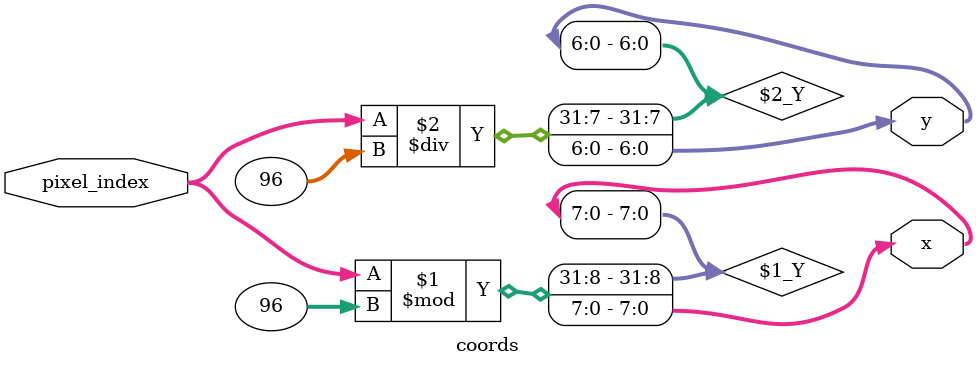
<source format=v>
`timescale 1ns / 1ps


module coords(
    input [12:0] pixel_index,
    output [7:0] x,
    output [6:0] y
    );
    assign x = pixel_index % 96;
    assign y = pixel_index / 96;
endmodule
</source>
